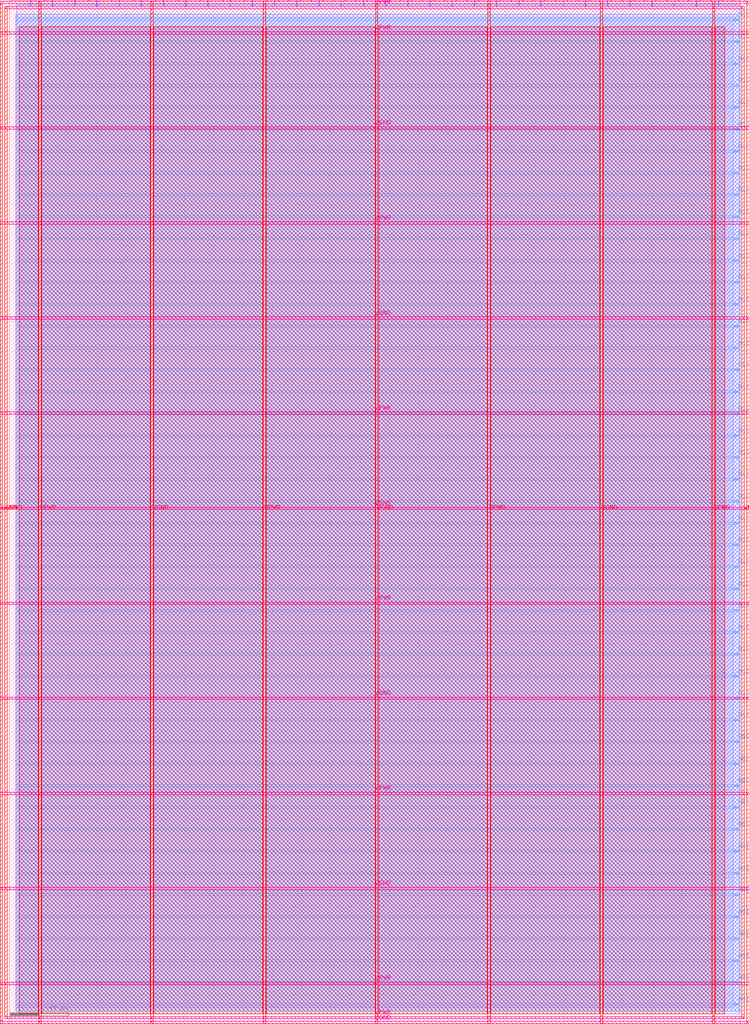
<source format=lef>
VERSION 5.7 ;
  NOWIREEXTENSIONATPIN ON ;
  DIVIDERCHAR "/" ;
  BUSBITCHARS "[]" ;
MACRO RAM256
  CLASS BLOCK ;
  FOREIGN RAM256 ;
  ORIGIN 0.000 0.000 ;
  SIZE 500.000 BY 700.000 ;
  PIN A0[0]
    DIRECTION INPUT ;
    USE SIGNAL ;
    PORT
      LAYER met3 ;
        RECT 496.000 12.960 500.000 13.560 ;
    END
  END A0[0]
  PIN A0[1]
    DIRECTION INPUT ;
    USE SIGNAL ;
    PORT
      LAYER met3 ;
        RECT 496.000 27.920 500.000 28.520 ;
    END
  END A0[1]
  PIN A0[2]
    DIRECTION INPUT ;
    USE SIGNAL ;
    PORT
      LAYER met3 ;
        RECT 496.000 42.880 500.000 43.480 ;
    END
  END A0[2]
  PIN A0[3]
    DIRECTION INPUT ;
    USE SIGNAL ;
    PORT
      LAYER met3 ;
        RECT 496.000 57.840 500.000 58.440 ;
    END
  END A0[3]
  PIN A0[4]
    DIRECTION INPUT ;
    USE SIGNAL ;
    PORT
      LAYER met3 ;
        RECT 496.000 72.800 500.000 73.400 ;
    END
  END A0[4]
  PIN A0[5]
    DIRECTION INPUT ;
    USE SIGNAL ;
    PORT
      LAYER met3 ;
        RECT 496.000 87.760 500.000 88.360 ;
    END
  END A0[5]
  PIN A0[6]
    DIRECTION INPUT ;
    USE SIGNAL ;
    PORT
      LAYER met3 ;
        RECT 496.000 102.720 500.000 103.320 ;
    END
  END A0[6]
  PIN A0[7]
    DIRECTION INPUT ;
    USE SIGNAL ;
    PORT
      LAYER met3 ;
        RECT 496.000 117.680 500.000 118.280 ;
    END
  END A0[7]
  PIN CLK
    DIRECTION INPUT ;
    USE SIGNAL ;
    PORT
      LAYER met3 ;
        RECT 496.000 446.800 500.000 447.400 ;
    END
  END CLK
  PIN Di0[0]
    DIRECTION INPUT ;
    USE SIGNAL ;
    PORT
      LAYER met3 ;
        RECT 496.000 207.440 500.000 208.040 ;
    END
  END Di0[0]
  PIN Di0[10]
    DIRECTION INPUT ;
    USE SIGNAL ;
    PORT
      LAYER met3 ;
        RECT 496.000 357.040 500.000 357.640 ;
    END
  END Di0[10]
  PIN Di0[11]
    DIRECTION INPUT ;
    USE SIGNAL ;
    PORT
      LAYER met3 ;
        RECT 496.000 372.000 500.000 372.600 ;
    END
  END Di0[11]
  PIN Di0[12]
    DIRECTION INPUT ;
    USE SIGNAL ;
    PORT
      LAYER met3 ;
        RECT 496.000 386.960 500.000 387.560 ;
    END
  END Di0[12]
  PIN Di0[13]
    DIRECTION INPUT ;
    USE SIGNAL ;
    PORT
      LAYER met3 ;
        RECT 496.000 401.920 500.000 402.520 ;
    END
  END Di0[13]
  PIN Di0[14]
    DIRECTION INPUT ;
    USE SIGNAL ;
    PORT
      LAYER met3 ;
        RECT 496.000 416.880 500.000 417.480 ;
    END
  END Di0[14]
  PIN Di0[15]
    DIRECTION INPUT ;
    USE SIGNAL ;
    PORT
      LAYER met3 ;
        RECT 496.000 431.840 500.000 432.440 ;
    END
  END Di0[15]
  PIN Di0[16]
    DIRECTION INPUT ;
    USE SIGNAL ;
    PORT
      LAYER met3 ;
        RECT 496.000 461.760 500.000 462.360 ;
    END
  END Di0[16]
  PIN Di0[17]
    DIRECTION INPUT ;
    USE SIGNAL ;
    PORT
      LAYER met3 ;
        RECT 496.000 476.720 500.000 477.320 ;
    END
  END Di0[17]
  PIN Di0[18]
    DIRECTION INPUT ;
    USE SIGNAL ;
    PORT
      LAYER met3 ;
        RECT 496.000 491.680 500.000 492.280 ;
    END
  END Di0[18]
  PIN Di0[19]
    DIRECTION INPUT ;
    USE SIGNAL ;
    PORT
      LAYER met3 ;
        RECT 496.000 506.640 500.000 507.240 ;
    END
  END Di0[19]
  PIN Di0[1]
    DIRECTION INPUT ;
    USE SIGNAL ;
    PORT
      LAYER met3 ;
        RECT 496.000 222.400 500.000 223.000 ;
    END
  END Di0[1]
  PIN Di0[20]
    DIRECTION INPUT ;
    USE SIGNAL ;
    PORT
      LAYER met3 ;
        RECT 496.000 521.600 500.000 522.200 ;
    END
  END Di0[20]
  PIN Di0[21]
    DIRECTION INPUT ;
    USE SIGNAL ;
    PORT
      LAYER met3 ;
        RECT 496.000 536.560 500.000 537.160 ;
    END
  END Di0[21]
  PIN Di0[22]
    DIRECTION INPUT ;
    USE SIGNAL ;
    PORT
      LAYER met3 ;
        RECT 496.000 551.520 500.000 552.120 ;
    END
  END Di0[22]
  PIN Di0[23]
    DIRECTION INPUT ;
    USE SIGNAL ;
    PORT
      LAYER met3 ;
        RECT 496.000 566.480 500.000 567.080 ;
    END
  END Di0[23]
  PIN Di0[24]
    DIRECTION INPUT ;
    USE SIGNAL ;
    PORT
      LAYER met3 ;
        RECT 496.000 581.440 500.000 582.040 ;
    END
  END Di0[24]
  PIN Di0[25]
    DIRECTION INPUT ;
    USE SIGNAL ;
    PORT
      LAYER met3 ;
        RECT 496.000 596.400 500.000 597.000 ;
    END
  END Di0[25]
  PIN Di0[26]
    DIRECTION INPUT ;
    USE SIGNAL ;
    PORT
      LAYER met3 ;
        RECT 496.000 611.360 500.000 611.960 ;
    END
  END Di0[26]
  PIN Di0[27]
    DIRECTION INPUT ;
    USE SIGNAL ;
    PORT
      LAYER met3 ;
        RECT 496.000 626.320 500.000 626.920 ;
    END
  END Di0[27]
  PIN Di0[28]
    DIRECTION INPUT ;
    USE SIGNAL ;
    PORT
      LAYER met3 ;
        RECT 496.000 641.280 500.000 641.880 ;
    END
  END Di0[28]
  PIN Di0[29]
    DIRECTION INPUT ;
    USE SIGNAL ;
    PORT
      LAYER met3 ;
        RECT 496.000 656.240 500.000 656.840 ;
    END
  END Di0[29]
  PIN Di0[2]
    DIRECTION INPUT ;
    USE SIGNAL ;
    PORT
      LAYER met3 ;
        RECT 496.000 237.360 500.000 237.960 ;
    END
  END Di0[2]
  PIN Di0[30]
    DIRECTION INPUT ;
    USE SIGNAL ;
    PORT
      LAYER met3 ;
        RECT 496.000 671.200 500.000 671.800 ;
    END
  END Di0[30]
  PIN Di0[31]
    DIRECTION INPUT ;
    USE SIGNAL ;
    PORT
      LAYER met3 ;
        RECT 496.000 686.160 500.000 686.760 ;
    END
  END Di0[31]
  PIN Di0[3]
    DIRECTION INPUT ;
    USE SIGNAL ;
    PORT
      LAYER met3 ;
        RECT 496.000 252.320 500.000 252.920 ;
    END
  END Di0[3]
  PIN Di0[4]
    DIRECTION INPUT ;
    USE SIGNAL ;
    PORT
      LAYER met3 ;
        RECT 496.000 267.280 500.000 267.880 ;
    END
  END Di0[4]
  PIN Di0[5]
    DIRECTION INPUT ;
    USE SIGNAL ;
    PORT
      LAYER met3 ;
        RECT 496.000 282.240 500.000 282.840 ;
    END
  END Di0[5]
  PIN Di0[6]
    DIRECTION INPUT ;
    USE SIGNAL ;
    PORT
      LAYER met3 ;
        RECT 496.000 297.200 500.000 297.800 ;
    END
  END Di0[6]
  PIN Di0[7]
    DIRECTION INPUT ;
    USE SIGNAL ;
    PORT
      LAYER met3 ;
        RECT 496.000 312.160 500.000 312.760 ;
    END
  END Di0[7]
  PIN Di0[8]
    DIRECTION INPUT ;
    USE SIGNAL ;
    PORT
      LAYER met3 ;
        RECT 496.000 327.120 500.000 327.720 ;
    END
  END Di0[8]
  PIN Di0[9]
    DIRECTION INPUT ;
    USE SIGNAL ;
    PORT
      LAYER met3 ;
        RECT 496.000 342.080 500.000 342.680 ;
    END
  END Di0[9]
  PIN Do0[0]
    DIRECTION OUTPUT TRISTATE ;
    USE SIGNAL ;
    PORT
      LAYER met2 ;
        RECT 14.350 696.000 14.630 700.000 ;
    END
  END Do0[0]
  PIN Do0[10]
    DIRECTION OUTPUT TRISTATE ;
    USE SIGNAL ;
    PORT
      LAYER met2 ;
        RECT 166.150 696.000 166.430 700.000 ;
    END
  END Do0[10]
  PIN Do0[11]
    DIRECTION OUTPUT TRISTATE ;
    USE SIGNAL ;
    PORT
      LAYER met2 ;
        RECT 181.330 696.000 181.610 700.000 ;
    END
  END Do0[11]
  PIN Do0[12]
    DIRECTION OUTPUT TRISTATE ;
    USE SIGNAL ;
    PORT
      LAYER met2 ;
        RECT 196.510 696.000 196.790 700.000 ;
    END
  END Do0[12]
  PIN Do0[13]
    DIRECTION OUTPUT TRISTATE ;
    USE SIGNAL ;
    PORT
      LAYER met2 ;
        RECT 211.690 696.000 211.970 700.000 ;
    END
  END Do0[13]
  PIN Do0[14]
    DIRECTION OUTPUT TRISTATE ;
    USE SIGNAL ;
    PORT
      LAYER met2 ;
        RECT 226.870 696.000 227.150 700.000 ;
    END
  END Do0[14]
  PIN Do0[15]
    DIRECTION OUTPUT TRISTATE ;
    USE SIGNAL ;
    PORT
      LAYER met2 ;
        RECT 242.050 696.000 242.330 700.000 ;
    END
  END Do0[15]
  PIN Do0[16]
    DIRECTION OUTPUT TRISTATE ;
    USE SIGNAL ;
    PORT
      LAYER met2 ;
        RECT 257.230 696.000 257.510 700.000 ;
    END
  END Do0[16]
  PIN Do0[17]
    DIRECTION OUTPUT TRISTATE ;
    USE SIGNAL ;
    PORT
      LAYER met2 ;
        RECT 272.410 696.000 272.690 700.000 ;
    END
  END Do0[17]
  PIN Do0[18]
    DIRECTION OUTPUT TRISTATE ;
    USE SIGNAL ;
    PORT
      LAYER met2 ;
        RECT 287.590 696.000 287.870 700.000 ;
    END
  END Do0[18]
  PIN Do0[19]
    DIRECTION OUTPUT TRISTATE ;
    USE SIGNAL ;
    PORT
      LAYER met2 ;
        RECT 302.770 696.000 303.050 700.000 ;
    END
  END Do0[19]
  PIN Do0[1]
    DIRECTION OUTPUT TRISTATE ;
    USE SIGNAL ;
    PORT
      LAYER met2 ;
        RECT 29.530 696.000 29.810 700.000 ;
    END
  END Do0[1]
  PIN Do0[20]
    DIRECTION OUTPUT TRISTATE ;
    USE SIGNAL ;
    PORT
      LAYER met2 ;
        RECT 317.950 696.000 318.230 700.000 ;
    END
  END Do0[20]
  PIN Do0[21]
    DIRECTION OUTPUT TRISTATE ;
    USE SIGNAL ;
    PORT
      LAYER met2 ;
        RECT 333.130 696.000 333.410 700.000 ;
    END
  END Do0[21]
  PIN Do0[22]
    DIRECTION OUTPUT TRISTATE ;
    USE SIGNAL ;
    PORT
      LAYER met2 ;
        RECT 348.310 696.000 348.590 700.000 ;
    END
  END Do0[22]
  PIN Do0[23]
    DIRECTION OUTPUT TRISTATE ;
    USE SIGNAL ;
    PORT
      LAYER met2 ;
        RECT 363.490 696.000 363.770 700.000 ;
    END
  END Do0[23]
  PIN Do0[24]
    DIRECTION OUTPUT TRISTATE ;
    USE SIGNAL ;
    PORT
      LAYER met2 ;
        RECT 378.670 696.000 378.950 700.000 ;
    END
  END Do0[24]
  PIN Do0[25]
    DIRECTION OUTPUT TRISTATE ;
    USE SIGNAL ;
    PORT
      LAYER met2 ;
        RECT 393.850 696.000 394.130 700.000 ;
    END
  END Do0[25]
  PIN Do0[26]
    DIRECTION OUTPUT TRISTATE ;
    USE SIGNAL ;
    PORT
      LAYER met2 ;
        RECT 409.030 696.000 409.310 700.000 ;
    END
  END Do0[26]
  PIN Do0[27]
    DIRECTION OUTPUT TRISTATE ;
    USE SIGNAL ;
    PORT
      LAYER met2 ;
        RECT 424.210 696.000 424.490 700.000 ;
    END
  END Do0[27]
  PIN Do0[28]
    DIRECTION OUTPUT TRISTATE ;
    USE SIGNAL ;
    PORT
      LAYER met2 ;
        RECT 439.390 696.000 439.670 700.000 ;
    END
  END Do0[28]
  PIN Do0[29]
    DIRECTION OUTPUT TRISTATE ;
    USE SIGNAL ;
    PORT
      LAYER met2 ;
        RECT 454.570 696.000 454.850 700.000 ;
    END
  END Do0[29]
  PIN Do0[2]
    DIRECTION OUTPUT TRISTATE ;
    USE SIGNAL ;
    PORT
      LAYER met2 ;
        RECT 44.710 696.000 44.990 700.000 ;
    END
  END Do0[2]
  PIN Do0[30]
    DIRECTION OUTPUT TRISTATE ;
    USE SIGNAL ;
    PORT
      LAYER met2 ;
        RECT 469.750 696.000 470.030 700.000 ;
    END
  END Do0[30]
  PIN Do0[31]
    DIRECTION OUTPUT TRISTATE ;
    USE SIGNAL ;
    PORT
      LAYER met2 ;
        RECT 484.930 696.000 485.210 700.000 ;
    END
  END Do0[31]
  PIN Do0[3]
    DIRECTION OUTPUT TRISTATE ;
    USE SIGNAL ;
    PORT
      LAYER met2 ;
        RECT 59.890 696.000 60.170 700.000 ;
    END
  END Do0[3]
  PIN Do0[4]
    DIRECTION OUTPUT TRISTATE ;
    USE SIGNAL ;
    PORT
      LAYER met2 ;
        RECT 75.070 696.000 75.350 700.000 ;
    END
  END Do0[4]
  PIN Do0[5]
    DIRECTION OUTPUT TRISTATE ;
    USE SIGNAL ;
    PORT
      LAYER met2 ;
        RECT 90.250 696.000 90.530 700.000 ;
    END
  END Do0[5]
  PIN Do0[6]
    DIRECTION OUTPUT TRISTATE ;
    USE SIGNAL ;
    PORT
      LAYER met2 ;
        RECT 105.430 696.000 105.710 700.000 ;
    END
  END Do0[6]
  PIN Do0[7]
    DIRECTION OUTPUT TRISTATE ;
    USE SIGNAL ;
    PORT
      LAYER met2 ;
        RECT 120.610 696.000 120.890 700.000 ;
    END
  END Do0[7]
  PIN Do0[8]
    DIRECTION OUTPUT TRISTATE ;
    USE SIGNAL ;
    PORT
      LAYER met2 ;
        RECT 135.790 696.000 136.070 700.000 ;
    END
  END Do0[8]
  PIN Do0[9]
    DIRECTION OUTPUT TRISTATE ;
    USE SIGNAL ;
    PORT
      LAYER met2 ;
        RECT 150.970 696.000 151.250 700.000 ;
    END
  END Do0[9]
  PIN EN0
    DIRECTION INPUT ;
    USE SIGNAL ;
    PORT
      LAYER met3 ;
        RECT 496.000 192.480 500.000 193.080 ;
    END
  END EN0
  PIN VGND
    DIRECTION INOUT ;
    USE GROUND ;
    PORT
      LAYER met4 ;
        RECT -6.300 -0.020 -4.700 699.060 ;
    END
    PORT
      LAYER met5 ;
        RECT -6.300 -0.020 505.860 1.580 ;
    END
    PORT
      LAYER met5 ;
        RECT -6.300 697.460 505.860 699.060 ;
    END
    PORT
      LAYER met4 ;
        RECT 504.260 -0.020 505.860 699.060 ;
    END
    PORT
      LAYER met4 ;
        RECT 96.920 -0.020 98.520 699.060 ;
    END
    PORT
      LAYER met4 ;
        RECT 250.520 -0.020 252.120 699.060 ;
    END
    PORT
      LAYER met4 ;
        RECT 404.120 -0.020 405.720 699.060 ;
    END
    PORT
      LAYER met5 ;
        RECT -6.300 91.730 505.860 93.330 ;
    END
    PORT
      LAYER met5 ;
        RECT -6.300 221.730 505.860 223.330 ;
    END
    PORT
      LAYER met5 ;
        RECT -6.300 351.730 505.860 353.330 ;
    END
    PORT
      LAYER met5 ;
        RECT -6.300 481.730 505.860 483.330 ;
    END
    PORT
      LAYER met5 ;
        RECT -6.300 611.730 505.860 613.330 ;
    END
  END VGND
  PIN VPWR
    DIRECTION INOUT ;
    USE POWER ;
    PORT
      LAYER met4 ;
        RECT -3.000 3.280 -1.400 695.760 ;
    END
    PORT
      LAYER met5 ;
        RECT -3.000 3.280 502.560 4.880 ;
    END
    PORT
      LAYER met5 ;
        RECT -3.000 694.160 502.560 695.760 ;
    END
    PORT
      LAYER met4 ;
        RECT 500.960 3.280 502.560 695.760 ;
    END
    PORT
      LAYER met4 ;
        RECT 20.120 -0.020 21.720 699.060 ;
    END
    PORT
      LAYER met4 ;
        RECT 173.720 -0.020 175.320 699.060 ;
    END
    PORT
      LAYER met4 ;
        RECT 327.320 -0.020 328.920 699.060 ;
    END
    PORT
      LAYER met4 ;
        RECT 480.920 -0.020 482.520 699.060 ;
    END
    PORT
      LAYER met5 ;
        RECT -6.300 26.730 505.860 28.330 ;
    END
    PORT
      LAYER met5 ;
        RECT -6.300 156.730 505.860 158.330 ;
    END
    PORT
      LAYER met5 ;
        RECT -6.300 286.730 505.860 288.330 ;
    END
    PORT
      LAYER met5 ;
        RECT -6.300 416.730 505.860 418.330 ;
    END
    PORT
      LAYER met5 ;
        RECT -6.300 546.730 505.860 548.330 ;
    END
    PORT
      LAYER met5 ;
        RECT -6.300 676.730 505.860 678.330 ;
    END
  END VPWR
  PIN WE0[0]
    DIRECTION INPUT ;
    USE SIGNAL ;
    PORT
      LAYER met3 ;
        RECT 496.000 132.640 500.000 133.240 ;
    END
  END WE0[0]
  PIN WE0[1]
    DIRECTION INPUT ;
    USE SIGNAL ;
    PORT
      LAYER met3 ;
        RECT 496.000 147.600 500.000 148.200 ;
    END
  END WE0[1]
  PIN WE0[2]
    DIRECTION INPUT ;
    USE SIGNAL ;
    PORT
      LAYER met3 ;
        RECT 496.000 162.560 500.000 163.160 ;
    END
  END WE0[2]
  PIN WE0[3]
    DIRECTION INPUT ;
    USE SIGNAL ;
    PORT
      LAYER met3 ;
        RECT 496.000 177.520 500.000 178.120 ;
    END
  END WE0[3]
  OBS
      LAYER li1 ;
        RECT 4.600 10.795 494.960 688.245 ;
      LAYER met1 ;
        RECT 4.600 8.540 499.950 690.160 ;
      LAYER met2 ;
        RECT 5.150 695.720 14.070 696.730 ;
        RECT 14.910 695.720 29.250 696.730 ;
        RECT 30.090 695.720 44.430 696.730 ;
        RECT 45.270 695.720 59.610 696.730 ;
        RECT 60.450 695.720 74.790 696.730 ;
        RECT 75.630 695.720 89.970 696.730 ;
        RECT 90.810 695.720 105.150 696.730 ;
        RECT 105.990 695.720 120.330 696.730 ;
        RECT 121.170 695.720 135.510 696.730 ;
        RECT 136.350 695.720 150.690 696.730 ;
        RECT 151.530 695.720 165.870 696.730 ;
        RECT 166.710 695.720 181.050 696.730 ;
        RECT 181.890 695.720 196.230 696.730 ;
        RECT 197.070 695.720 211.410 696.730 ;
        RECT 212.250 695.720 226.590 696.730 ;
        RECT 227.430 695.720 241.770 696.730 ;
        RECT 242.610 695.720 256.950 696.730 ;
        RECT 257.790 695.720 272.130 696.730 ;
        RECT 272.970 695.720 287.310 696.730 ;
        RECT 288.150 695.720 302.490 696.730 ;
        RECT 303.330 695.720 317.670 696.730 ;
        RECT 318.510 695.720 332.850 696.730 ;
        RECT 333.690 695.720 348.030 696.730 ;
        RECT 348.870 695.720 363.210 696.730 ;
        RECT 364.050 695.720 378.390 696.730 ;
        RECT 379.230 695.720 393.570 696.730 ;
        RECT 394.410 695.720 408.750 696.730 ;
        RECT 409.590 695.720 423.930 696.730 ;
        RECT 424.770 695.720 439.110 696.730 ;
        RECT 439.950 695.720 454.290 696.730 ;
        RECT 455.130 695.720 469.470 696.730 ;
        RECT 470.310 695.720 484.650 696.730 ;
        RECT 485.490 695.720 499.920 696.730 ;
        RECT 5.150 8.510 499.920 695.720 ;
      LAYER met3 ;
        RECT 5.125 687.160 499.035 688.325 ;
        RECT 5.125 685.760 495.600 687.160 ;
        RECT 5.125 672.200 499.035 685.760 ;
        RECT 5.125 670.800 495.600 672.200 ;
        RECT 5.125 657.240 499.035 670.800 ;
        RECT 5.125 655.840 495.600 657.240 ;
        RECT 5.125 642.280 499.035 655.840 ;
        RECT 5.125 640.880 495.600 642.280 ;
        RECT 5.125 627.320 499.035 640.880 ;
        RECT 5.125 625.920 495.600 627.320 ;
        RECT 5.125 612.360 499.035 625.920 ;
        RECT 5.125 610.960 495.600 612.360 ;
        RECT 5.125 597.400 499.035 610.960 ;
        RECT 5.125 596.000 495.600 597.400 ;
        RECT 5.125 582.440 499.035 596.000 ;
        RECT 5.125 581.040 495.600 582.440 ;
        RECT 5.125 567.480 499.035 581.040 ;
        RECT 5.125 566.080 495.600 567.480 ;
        RECT 5.125 552.520 499.035 566.080 ;
        RECT 5.125 551.120 495.600 552.520 ;
        RECT 5.125 537.560 499.035 551.120 ;
        RECT 5.125 536.160 495.600 537.560 ;
        RECT 5.125 522.600 499.035 536.160 ;
        RECT 5.125 521.200 495.600 522.600 ;
        RECT 5.125 507.640 499.035 521.200 ;
        RECT 5.125 506.240 495.600 507.640 ;
        RECT 5.125 492.680 499.035 506.240 ;
        RECT 5.125 491.280 495.600 492.680 ;
        RECT 5.125 477.720 499.035 491.280 ;
        RECT 5.125 476.320 495.600 477.720 ;
        RECT 5.125 462.760 499.035 476.320 ;
        RECT 5.125 461.360 495.600 462.760 ;
        RECT 5.125 447.800 499.035 461.360 ;
        RECT 5.125 446.400 495.600 447.800 ;
        RECT 5.125 432.840 499.035 446.400 ;
        RECT 5.125 431.440 495.600 432.840 ;
        RECT 5.125 417.880 499.035 431.440 ;
        RECT 5.125 416.480 495.600 417.880 ;
        RECT 5.125 402.920 499.035 416.480 ;
        RECT 5.125 401.520 495.600 402.920 ;
        RECT 5.125 387.960 499.035 401.520 ;
        RECT 5.125 386.560 495.600 387.960 ;
        RECT 5.125 373.000 499.035 386.560 ;
        RECT 5.125 371.600 495.600 373.000 ;
        RECT 5.125 358.040 499.035 371.600 ;
        RECT 5.125 356.640 495.600 358.040 ;
        RECT 5.125 343.080 499.035 356.640 ;
        RECT 5.125 341.680 495.600 343.080 ;
        RECT 5.125 328.120 499.035 341.680 ;
        RECT 5.125 326.720 495.600 328.120 ;
        RECT 5.125 313.160 499.035 326.720 ;
        RECT 5.125 311.760 495.600 313.160 ;
        RECT 5.125 298.200 499.035 311.760 ;
        RECT 5.125 296.800 495.600 298.200 ;
        RECT 5.125 283.240 499.035 296.800 ;
        RECT 5.125 281.840 495.600 283.240 ;
        RECT 5.125 268.280 499.035 281.840 ;
        RECT 5.125 266.880 495.600 268.280 ;
        RECT 5.125 253.320 499.035 266.880 ;
        RECT 5.125 251.920 495.600 253.320 ;
        RECT 5.125 238.360 499.035 251.920 ;
        RECT 5.125 236.960 495.600 238.360 ;
        RECT 5.125 223.400 499.035 236.960 ;
        RECT 5.125 222.000 495.600 223.400 ;
        RECT 5.125 208.440 499.035 222.000 ;
        RECT 5.125 207.040 495.600 208.440 ;
        RECT 5.125 193.480 499.035 207.040 ;
        RECT 5.125 192.080 495.600 193.480 ;
        RECT 5.125 178.520 499.035 192.080 ;
        RECT 5.125 177.120 495.600 178.520 ;
        RECT 5.125 163.560 499.035 177.120 ;
        RECT 5.125 162.160 495.600 163.560 ;
        RECT 5.125 148.600 499.035 162.160 ;
        RECT 5.125 147.200 495.600 148.600 ;
        RECT 5.125 133.640 499.035 147.200 ;
        RECT 5.125 132.240 495.600 133.640 ;
        RECT 5.125 118.680 499.035 132.240 ;
        RECT 5.125 117.280 495.600 118.680 ;
        RECT 5.125 103.720 499.035 117.280 ;
        RECT 5.125 102.320 495.600 103.720 ;
        RECT 5.125 88.760 499.035 102.320 ;
        RECT 5.125 87.360 495.600 88.760 ;
        RECT 5.125 73.800 499.035 87.360 ;
        RECT 5.125 72.400 495.600 73.800 ;
        RECT 5.125 58.840 499.035 72.400 ;
        RECT 5.125 57.440 495.600 58.840 ;
        RECT 5.125 43.880 499.035 57.440 ;
        RECT 5.125 42.480 495.600 43.880 ;
        RECT 5.125 28.920 499.035 42.480 ;
        RECT 5.125 27.520 495.600 28.920 ;
        RECT 5.125 13.960 499.035 27.520 ;
        RECT 5.125 12.560 495.600 13.960 ;
        RECT 5.125 6.980 499.035 12.560 ;
      LAYER met4 ;
        RECT 6.735 6.975 19.720 681.865 ;
        RECT 22.120 6.975 96.520 681.865 ;
        RECT 98.920 6.975 173.320 681.865 ;
        RECT 175.720 6.975 250.120 681.865 ;
        RECT 252.520 6.975 326.920 681.865 ;
        RECT 329.320 6.975 403.720 681.865 ;
        RECT 406.120 6.975 480.520 681.865 ;
        RECT 482.920 6.975 489.145 681.865 ;
  END
END RAM256
END LIBRARY


</source>
